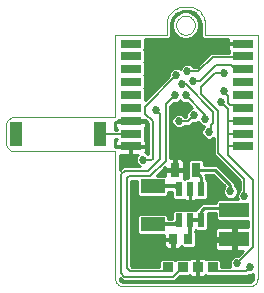
<source format=gbl>
G75*
%MOIN*%
%OFA0B0*%
%FSLAX24Y24*%
%IPPOS*%
%LPD*%
%AMOC8*
5,1,8,0,0,1.08239X$1,22.5*
%
%ADD10C,0.0000*%
%ADD11R,0.0394X0.0787*%
%ADD12R,0.0709X0.0276*%
%ADD13R,0.0709X0.0315*%
%ADD14R,0.1000X0.0500*%
%ADD15R,0.0320X0.0350*%
%ADD16R,0.0244X0.0480*%
%ADD17R,0.0276X0.0354*%
%ADD18R,0.0787X0.0472*%
%ADD19R,0.0315X0.0472*%
%ADD20C,0.0100*%
%ADD21C,0.0270*%
%ADD22C,0.0080*%
%ADD23C,0.0120*%
D10*
X009958Y013875D02*
X013333Y013875D01*
X013333Y009625D01*
X013335Y009595D01*
X013340Y009565D01*
X013349Y009536D01*
X013362Y009509D01*
X013377Y009483D01*
X013396Y009459D01*
X013417Y009438D01*
X013441Y009419D01*
X013467Y009404D01*
X013494Y009391D01*
X013523Y009382D01*
X013553Y009377D01*
X013583Y009375D01*
X017831Y009375D01*
X017861Y009377D01*
X017891Y009382D01*
X017920Y009391D01*
X017948Y009403D01*
X017973Y009419D01*
X017997Y009437D01*
X018019Y009458D01*
X018038Y009482D01*
X018053Y009508D01*
X018066Y009535D01*
X018075Y009564D01*
X018081Y009594D01*
X018083Y009624D01*
X018083Y017750D01*
X016333Y017750D01*
X016333Y018124D01*
X016333Y018125D02*
X016330Y018170D01*
X016323Y018215D01*
X016313Y018259D01*
X016300Y018303D01*
X016283Y018345D01*
X016263Y018386D01*
X016239Y018425D01*
X016213Y018462D01*
X016184Y018497D01*
X016152Y018529D01*
X016118Y018559D01*
X016082Y018586D01*
X016043Y018611D01*
X016003Y018632D01*
X015961Y018650D01*
X015918Y018664D01*
X015874Y018675D01*
X015829Y018683D01*
X015784Y018687D01*
X015738Y018688D01*
X015739Y018688D02*
X015603Y018688D01*
X015602Y018687D02*
X015555Y018682D01*
X015509Y018672D01*
X015464Y018660D01*
X015420Y018643D01*
X015377Y018624D01*
X015336Y018601D01*
X015297Y018575D01*
X015260Y018546D01*
X015226Y018514D01*
X015194Y018479D01*
X015164Y018442D01*
X015138Y018403D01*
X015115Y018362D01*
X015096Y018319D01*
X015079Y018275D01*
X015067Y018230D01*
X015057Y018184D01*
X015052Y018137D01*
X015050Y018090D01*
X015052Y018043D01*
X015052Y017750D01*
X013333Y017750D01*
X013333Y015000D01*
X009958Y015000D01*
X009928Y014998D01*
X009898Y014993D01*
X009869Y014984D01*
X009842Y014971D01*
X009816Y014956D01*
X009792Y014937D01*
X009771Y014916D01*
X009752Y014892D01*
X009737Y014866D01*
X009724Y014839D01*
X009715Y014810D01*
X009710Y014780D01*
X009708Y014750D01*
X009708Y014125D01*
X009710Y014095D01*
X009715Y014065D01*
X009724Y014036D01*
X009737Y014009D01*
X009752Y013983D01*
X009771Y013959D01*
X009792Y013938D01*
X009816Y013919D01*
X009842Y013904D01*
X009869Y013891D01*
X009898Y013882D01*
X009928Y013877D01*
X009958Y013875D01*
X015370Y018064D02*
X015372Y018099D01*
X015378Y018134D01*
X015388Y018167D01*
X015401Y018200D01*
X015418Y018231D01*
X015438Y018259D01*
X015462Y018285D01*
X015488Y018309D01*
X015516Y018329D01*
X015547Y018346D01*
X015580Y018359D01*
X015613Y018369D01*
X015648Y018375D01*
X015683Y018377D01*
X015718Y018375D01*
X015753Y018369D01*
X015786Y018359D01*
X015819Y018346D01*
X015850Y018329D01*
X015878Y018309D01*
X015904Y018285D01*
X015928Y018259D01*
X015948Y018231D01*
X015965Y018200D01*
X015978Y018167D01*
X015988Y018134D01*
X015994Y018099D01*
X015996Y018064D01*
X015994Y018029D01*
X015988Y017994D01*
X015978Y017961D01*
X015965Y017928D01*
X015948Y017897D01*
X015928Y017869D01*
X015904Y017843D01*
X015878Y017819D01*
X015850Y017799D01*
X015819Y017782D01*
X015786Y017769D01*
X015753Y017759D01*
X015718Y017753D01*
X015683Y017751D01*
X015648Y017753D01*
X015613Y017759D01*
X015580Y017769D01*
X015547Y017782D01*
X015516Y017799D01*
X015488Y017819D01*
X015462Y017843D01*
X015438Y017869D01*
X015418Y017897D01*
X015401Y017928D01*
X015388Y017961D01*
X015378Y017994D01*
X015372Y018029D01*
X015370Y018064D01*
D11*
X012833Y014436D03*
X010038Y014436D03*
D12*
X013852Y014032D03*
X013852Y017457D03*
X017592Y017457D03*
X017592Y014032D03*
D13*
X017592Y014445D03*
X017592Y014879D03*
X017592Y015312D03*
X017592Y015745D03*
X017592Y016178D03*
X017592Y016611D03*
X017592Y017044D03*
X013852Y017044D03*
X013852Y016611D03*
X013852Y016178D03*
X013852Y015745D03*
X013852Y015312D03*
X013852Y014879D03*
X013852Y014445D03*
D14*
X017302Y011906D03*
X017302Y010938D03*
D15*
X016583Y010000D03*
X016083Y010000D03*
X015583Y010000D03*
X015083Y010000D03*
D16*
X015458Y011562D03*
X015832Y011562D03*
X016206Y011566D03*
X016206Y012594D03*
X015832Y012594D03*
X015458Y012594D03*
D17*
X015265Y010938D03*
X015777Y010938D03*
D18*
X014583Y011433D03*
X014583Y012692D03*
D19*
X015323Y013250D03*
X016031Y013250D03*
D20*
X016031Y013177D01*
X016208Y013000D01*
X016206Y012998D01*
X016206Y012594D01*
X016438Y012622D02*
X016949Y012622D01*
X016932Y012580D02*
X016932Y012483D01*
X016969Y012392D01*
X017038Y012324D01*
X017128Y012286D01*
X017226Y012286D01*
X017316Y012324D01*
X017385Y012392D01*
X017422Y012483D01*
X017422Y012580D01*
X017385Y012670D01*
X017337Y012718D01*
X017337Y012816D01*
X017243Y012910D01*
X016743Y013410D01*
X016299Y013410D01*
X016961Y013410D01*
X016863Y013509D02*
X016299Y013509D01*
X016299Y013532D02*
X016234Y013596D01*
X015828Y013596D01*
X015764Y013532D01*
X015764Y012984D01*
X015691Y012984D01*
X015652Y012974D01*
X015619Y012955D01*
X015620Y012956D01*
X015630Y012994D01*
X015630Y013221D01*
X015351Y013221D01*
X015351Y013279D01*
X015294Y013279D01*
X015294Y013636D01*
X015171Y013636D01*
X015171Y015374D01*
X015284Y015488D01*
X015366Y015488D01*
X015456Y015525D01*
X015501Y015570D01*
X015546Y015525D01*
X015636Y015488D01*
X015717Y015488D01*
X015902Y015303D01*
X015820Y015269D01*
X015751Y015200D01*
X015713Y015110D01*
X015713Y015028D01*
X015710Y015025D01*
X015655Y015025D01*
X015597Y015083D01*
X015507Y015120D01*
X015410Y015120D01*
X015320Y015083D01*
X015251Y015014D01*
X015213Y014924D01*
X015213Y014826D01*
X015251Y014736D01*
X015320Y014667D01*
X015410Y014630D01*
X015507Y014630D01*
X015597Y014667D01*
X015655Y014725D01*
X015834Y014725D01*
X015925Y014816D01*
X016007Y014816D01*
X016097Y014854D01*
X016102Y014858D01*
X016126Y014800D01*
X016195Y014731D01*
X016285Y014694D01*
X016306Y014694D01*
X016251Y014639D01*
X016213Y014549D01*
X016213Y014451D01*
X016251Y014361D01*
X016320Y014292D01*
X016410Y014255D01*
X016507Y014255D01*
X016597Y014292D01*
X016621Y014316D01*
X016621Y013750D01*
X016709Y013663D01*
X017496Y012875D01*
X017496Y012571D01*
X017438Y012514D01*
X017401Y012424D01*
X017401Y012326D01*
X017426Y012266D01*
X016757Y012266D01*
X016692Y012202D01*
X016692Y012129D01*
X016236Y012129D01*
X016142Y012035D01*
X016046Y011939D01*
X016046Y011916D01*
X016039Y011916D01*
X016017Y011895D01*
X016000Y011912D01*
X015665Y011912D01*
X015645Y011893D01*
X015626Y011912D01*
X015291Y011912D01*
X015226Y011848D01*
X015226Y011603D01*
X015087Y011603D01*
X015087Y011714D01*
X015023Y011779D01*
X014144Y011779D01*
X014080Y011714D01*
X014080Y011151D01*
X014144Y011086D01*
X014977Y011086D01*
X014977Y010956D01*
X015246Y010956D01*
X015246Y010919D01*
X014977Y010919D01*
X014977Y010741D01*
X014987Y010702D01*
X015007Y010668D01*
X015035Y010640D01*
X015069Y010621D01*
X015107Y010610D01*
X015246Y010610D01*
X015246Y010919D01*
X015284Y010919D01*
X015284Y010610D01*
X015422Y010610D01*
X015461Y010621D01*
X015495Y010640D01*
X015523Y010668D01*
X015542Y010702D01*
X015593Y010650D01*
X015960Y010650D01*
X016025Y010715D01*
X016025Y011160D01*
X016002Y011182D01*
X016002Y011214D01*
X016021Y011233D01*
X016039Y011216D01*
X016374Y011216D01*
X016438Y011280D01*
X016438Y011809D01*
X016692Y011809D01*
X016692Y011611D01*
X016757Y011546D01*
X017777Y011546D01*
X017777Y011337D01*
X017352Y011337D01*
X017352Y010988D01*
X017252Y010988D01*
X017252Y011337D01*
X016782Y011337D01*
X016744Y011327D01*
X016710Y011308D01*
X016682Y011280D01*
X016662Y011245D01*
X016652Y011207D01*
X016652Y010987D01*
X017252Y010987D01*
X017252Y010888D01*
X016652Y010888D01*
X016652Y010668D01*
X016662Y010630D01*
X016682Y010595D01*
X016710Y010567D01*
X016744Y010548D01*
X016782Y010538D01*
X017252Y010537D01*
X017252Y010887D01*
X017352Y010887D01*
X017352Y010538D01*
X017594Y010538D01*
X017427Y010371D01*
X017346Y010371D01*
X017256Y010334D01*
X017187Y010265D01*
X017150Y010175D01*
X017150Y010078D01*
X017171Y010025D01*
X016853Y010025D01*
X016853Y010221D01*
X016789Y010285D01*
X016378Y010285D01*
X016362Y010269D01*
X016335Y010295D01*
X016301Y010315D01*
X016263Y010325D01*
X016113Y010325D01*
X016113Y010030D01*
X016053Y010030D01*
X016053Y010325D01*
X015904Y010325D01*
X015865Y010315D01*
X015831Y010295D01*
X015805Y010269D01*
X015789Y010285D01*
X015378Y010285D01*
X015333Y010241D01*
X015289Y010285D01*
X014878Y010285D01*
X014813Y010221D01*
X014813Y010025D01*
X013900Y010025D01*
X013875Y010050D01*
X013875Y012885D01*
X014080Y012885D01*
X014080Y012411D01*
X014144Y012346D01*
X015023Y012346D01*
X015087Y012411D01*
X015087Y012522D01*
X015226Y012522D01*
X015226Y012308D01*
X015291Y012244D01*
X015608Y012244D01*
X015618Y012234D01*
X015652Y012214D01*
X015691Y012204D01*
X015821Y012204D01*
X015821Y012583D01*
X015843Y012583D01*
X015843Y012204D01*
X015974Y012204D01*
X016012Y012214D01*
X016046Y012234D01*
X016057Y012244D01*
X016374Y012244D01*
X016438Y012308D01*
X016438Y012879D01*
X016374Y012944D01*
X016368Y012944D01*
X016368Y013066D01*
X016345Y013090D01*
X016611Y013090D01*
X017000Y012701D01*
X016969Y012670D01*
X016932Y012580D01*
X016932Y012524D02*
X016438Y012524D01*
X016438Y012425D02*
X016956Y012425D01*
X017035Y012327D02*
X016438Y012327D01*
X016302Y011969D02*
X016206Y011873D01*
X016206Y011566D01*
X016438Y011539D02*
X017777Y011539D01*
X017777Y011440D02*
X016438Y011440D01*
X016438Y011342D02*
X017777Y011342D01*
X017352Y011243D02*
X017252Y011243D01*
X017252Y011145D02*
X017352Y011145D01*
X017352Y011046D02*
X017252Y011046D01*
X017252Y010948D02*
X016025Y010948D01*
X016025Y011046D02*
X016652Y011046D01*
X016652Y011145D02*
X016025Y011145D01*
X016025Y010849D02*
X016652Y010849D01*
X016652Y010751D02*
X016025Y010751D01*
X015962Y010652D02*
X016656Y010652D01*
X016734Y010554D02*
X013875Y010554D01*
X013875Y010652D02*
X015023Y010652D01*
X014977Y010751D02*
X013875Y010751D01*
X013875Y010849D02*
X014977Y010849D01*
X014977Y011046D02*
X013875Y011046D01*
X013875Y010948D02*
X015246Y010948D01*
X015246Y010849D02*
X015284Y010849D01*
X015284Y010751D02*
X015246Y010751D01*
X015246Y010652D02*
X015284Y010652D01*
X015507Y010652D02*
X015592Y010652D01*
X015351Y010258D02*
X015316Y010258D01*
X014851Y010258D02*
X013875Y010258D01*
X013875Y010160D02*
X014813Y010160D01*
X014813Y010061D02*
X013875Y010061D01*
X013875Y010357D02*
X017310Y010357D01*
X017184Y010258D02*
X016816Y010258D01*
X016853Y010160D02*
X017150Y010160D01*
X017156Y010061D02*
X016853Y010061D01*
X016799Y009725D02*
X017770Y009725D01*
X017800Y009755D01*
X017882Y009755D01*
X017933Y009776D01*
X017933Y009625D01*
X017930Y009599D01*
X017903Y009554D01*
X017858Y009528D01*
X017832Y009525D01*
X017832Y009525D01*
X017770Y009525D01*
X017770Y009525D01*
X013583Y009525D01*
X013557Y009528D01*
X013513Y009554D01*
X013487Y009599D01*
X013483Y009625D01*
X013483Y009638D01*
X013582Y009539D01*
X015334Y009539D01*
X015422Y009627D01*
X015510Y009715D01*
X015789Y009715D01*
X015805Y009731D01*
X015831Y009705D01*
X015865Y009685D01*
X015904Y009675D01*
X016053Y009675D01*
X016053Y009970D01*
X016113Y009970D01*
X016113Y009675D01*
X016263Y009675D01*
X016301Y009685D01*
X016335Y009705D01*
X016362Y009731D01*
X016378Y009715D01*
X016789Y009715D01*
X016799Y009725D01*
X016113Y009766D02*
X016053Y009766D01*
X016053Y009864D02*
X016113Y009864D01*
X016113Y009963D02*
X016053Y009963D01*
X016053Y010061D02*
X016113Y010061D01*
X016113Y010160D02*
X016053Y010160D01*
X016053Y010258D02*
X016113Y010258D01*
X015462Y009667D02*
X017933Y009667D01*
X017933Y009766D02*
X017907Y009766D01*
X017912Y009569D02*
X015364Y009569D01*
X014086Y011145D02*
X013875Y011145D01*
X013875Y011243D02*
X014080Y011243D01*
X014080Y011342D02*
X013875Y011342D01*
X013875Y011440D02*
X014080Y011440D01*
X014080Y011539D02*
X013875Y011539D01*
X013875Y011637D02*
X014080Y011637D01*
X014101Y011736D02*
X013875Y011736D01*
X013875Y011834D02*
X015226Y011834D01*
X015226Y011736D02*
X015066Y011736D01*
X015087Y011637D02*
X015226Y011637D01*
X015226Y012327D02*
X013875Y012327D01*
X013875Y012425D02*
X014080Y012425D01*
X014080Y012524D02*
X013875Y012524D01*
X013875Y012622D02*
X014080Y012622D01*
X014080Y012721D02*
X013875Y012721D01*
X013875Y012819D02*
X014080Y012819D01*
X014167Y013369D02*
X013601Y013369D01*
X013483Y013251D01*
X013483Y013744D01*
X013833Y013744D01*
X013833Y014013D01*
X013871Y014013D01*
X013871Y013744D01*
X014085Y013744D01*
X014068Y013728D01*
X014031Y013637D01*
X014031Y013540D01*
X014068Y013450D01*
X014137Y013381D01*
X014167Y013369D01*
X014108Y013410D02*
X013483Y013410D01*
X013483Y013312D02*
X013544Y013312D01*
X013483Y013509D02*
X014044Y013509D01*
X014031Y013607D02*
X013483Y013607D01*
X013483Y013706D02*
X014059Y013706D01*
X013871Y013804D02*
X013833Y013804D01*
X013833Y013903D02*
X013871Y013903D01*
X013871Y014001D02*
X013833Y014001D01*
X013833Y014013D02*
X013407Y014013D01*
X013395Y014025D01*
X013333Y014025D01*
X013333Y014286D01*
X013388Y014286D01*
X013388Y014272D01*
X013378Y014262D01*
X013358Y014228D01*
X013348Y014190D01*
X013348Y014051D01*
X013833Y014051D01*
X013833Y014013D01*
X013871Y014013D02*
X013871Y014051D01*
X014356Y014051D01*
X014356Y014190D01*
X014346Y014228D01*
X014326Y014262D01*
X014316Y014272D01*
X014316Y014619D01*
X014326Y014629D01*
X014346Y014663D01*
X014356Y014701D01*
X014356Y014850D01*
X013881Y014850D01*
X013881Y014907D01*
X014339Y014907D01*
X014433Y014813D01*
X014433Y013778D01*
X014415Y013796D01*
X014341Y013827D01*
X014346Y013836D01*
X014356Y013875D01*
X014356Y014013D01*
X013871Y014013D01*
X014316Y014297D02*
X014433Y014297D01*
X014433Y014395D02*
X014316Y014395D01*
X014316Y014494D02*
X014433Y014494D01*
X014433Y014592D02*
X014316Y014592D01*
X014353Y014691D02*
X014433Y014691D01*
X014433Y014789D02*
X014356Y014789D01*
X014359Y014888D02*
X013881Y014888D01*
X013823Y014888D02*
X013433Y014888D01*
X013453Y014907D02*
X013395Y014850D01*
X013333Y014850D01*
X013333Y014586D01*
X013388Y014586D01*
X013388Y014619D01*
X013378Y014629D01*
X013358Y014663D01*
X013348Y014701D01*
X013348Y014850D01*
X013823Y014850D01*
X013823Y014907D01*
X013453Y014907D01*
X013348Y014789D02*
X013333Y014789D01*
X013333Y014691D02*
X013351Y014691D01*
X013333Y014592D02*
X013388Y014592D01*
X013350Y014198D02*
X013333Y014198D01*
X013333Y014100D02*
X013348Y014100D01*
X014356Y014100D02*
X014433Y014100D01*
X014433Y014198D02*
X014354Y014198D01*
X014356Y014001D02*
X014433Y014001D01*
X014433Y013903D02*
X014356Y013903D01*
X014396Y013804D02*
X014433Y013804D01*
X015171Y013804D02*
X016621Y013804D01*
X016621Y013903D02*
X015171Y013903D01*
X015171Y014001D02*
X016621Y014001D01*
X016621Y014100D02*
X015171Y014100D01*
X015171Y014198D02*
X016621Y014198D01*
X016621Y014297D02*
X016601Y014297D01*
X016315Y014297D02*
X015171Y014297D01*
X015171Y014395D02*
X016237Y014395D01*
X016213Y014494D02*
X015171Y014494D01*
X015171Y014592D02*
X016231Y014592D01*
X016302Y014691D02*
X015620Y014691D01*
X015898Y014789D02*
X016137Y014789D01*
X015713Y015085D02*
X015593Y015085D01*
X015744Y015183D02*
X015171Y015183D01*
X015171Y015085D02*
X015324Y015085D01*
X015239Y014986D02*
X015171Y014986D01*
X015171Y014888D02*
X015213Y014888D01*
X015229Y014789D02*
X015171Y014789D01*
X015171Y014691D02*
X015296Y014691D01*
X015171Y015282D02*
X015850Y015282D01*
X015825Y015380D02*
X015177Y015380D01*
X015275Y015479D02*
X015726Y015479D01*
X015021Y016267D02*
X014316Y016267D01*
X014316Y016365D02*
X015120Y016365D01*
X015133Y016378D02*
X014316Y015561D01*
X014316Y015948D01*
X014303Y015961D01*
X014316Y015975D01*
X014316Y016381D01*
X014303Y016394D01*
X014316Y016408D01*
X014316Y016814D01*
X014303Y016827D01*
X014316Y016841D01*
X014316Y017247D01*
X014303Y017260D01*
X014316Y017274D01*
X014316Y017600D01*
X015114Y017600D01*
X015202Y017688D01*
X015202Y017988D01*
X015206Y017993D01*
X015202Y018049D01*
X015202Y018078D01*
X015203Y018143D01*
X015258Y018310D01*
X015371Y018443D01*
X015528Y018522D01*
X015612Y018538D01*
X015679Y018538D01*
X015681Y018536D01*
X015741Y018538D01*
X015744Y018538D01*
X015827Y018532D01*
X015983Y018472D01*
X015983Y018472D01*
X016105Y018357D01*
X016173Y018204D01*
X016183Y018121D01*
X016183Y017688D01*
X016271Y017600D01*
X017088Y017600D01*
X017088Y017476D01*
X017573Y017476D01*
X017573Y017438D01*
X017088Y017438D01*
X017088Y017300D01*
X017098Y017262D01*
X017118Y017227D01*
X017128Y017217D01*
X017128Y017150D01*
X016521Y017150D01*
X016433Y017062D01*
X016050Y016679D01*
X015940Y016679D01*
X015882Y016736D01*
X015792Y016774D01*
X015695Y016774D01*
X015605Y016736D01*
X015536Y016668D01*
X015516Y016620D01*
X015427Y016656D01*
X015330Y016656D01*
X015240Y016619D01*
X015171Y016550D01*
X015133Y016460D01*
X015133Y016378D01*
X015135Y016464D02*
X014316Y016464D01*
X014316Y016562D02*
X015183Y016562D01*
X015533Y016661D02*
X014316Y016661D01*
X014316Y016759D02*
X015659Y016759D01*
X015828Y016759D02*
X016130Y016759D01*
X016229Y016858D02*
X014316Y016858D01*
X014316Y016956D02*
X016327Y016956D01*
X016426Y017055D02*
X014316Y017055D01*
X014316Y017153D02*
X017128Y017153D01*
X017104Y017252D02*
X014312Y017252D01*
X014316Y017350D02*
X017088Y017350D01*
X017088Y017547D02*
X014316Y017547D01*
X014316Y017449D02*
X017573Y017449D01*
X016226Y017646D02*
X015882Y017646D01*
X015945Y017672D02*
X016075Y017802D01*
X016146Y017972D01*
X016146Y018156D01*
X016075Y018326D01*
X015945Y018456D01*
X015775Y018526D01*
X015591Y018526D01*
X015421Y018456D01*
X015291Y018326D01*
X015221Y018156D01*
X015221Y017972D01*
X015291Y017802D01*
X015421Y017672D01*
X015591Y017601D01*
X015775Y017601D01*
X015945Y017672D01*
X016018Y017744D02*
X016183Y017744D01*
X016183Y017843D02*
X016092Y017843D01*
X016133Y017941D02*
X016183Y017941D01*
X016183Y018040D02*
X016146Y018040D01*
X016146Y018138D02*
X016181Y018138D01*
X016158Y018237D02*
X016112Y018237D01*
X016114Y018335D02*
X016066Y018335D01*
X016023Y018434D02*
X015968Y018434D01*
X015820Y018532D02*
X015581Y018532D01*
X015399Y018434D02*
X015363Y018434D01*
X015301Y018335D02*
X015279Y018335D01*
X015254Y018237D02*
X015234Y018237D01*
X015221Y018138D02*
X015203Y018138D01*
X015203Y018040D02*
X015221Y018040D01*
X015234Y017941D02*
X015202Y017941D01*
X015202Y017843D02*
X015274Y017843D01*
X015202Y017744D02*
X015349Y017744D01*
X015484Y017646D02*
X015160Y017646D01*
X014923Y016168D02*
X014316Y016168D01*
X014316Y016070D02*
X014824Y016070D01*
X014726Y015971D02*
X014313Y015971D01*
X014316Y015873D02*
X014627Y015873D01*
X014529Y015774D02*
X014316Y015774D01*
X014316Y015676D02*
X014430Y015676D01*
X014332Y015577D02*
X014316Y015577D01*
X015171Y013706D02*
X016666Y013706D01*
X016764Y013607D02*
X015571Y013607D01*
X015572Y013606D02*
X015538Y013626D01*
X015500Y013636D01*
X015351Y013636D01*
X015351Y013279D01*
X015630Y013279D01*
X015630Y013506D01*
X015620Y013544D01*
X015600Y013578D01*
X015572Y013606D01*
X015630Y013509D02*
X015764Y013509D01*
X015764Y013410D02*
X015630Y013410D01*
X015630Y013312D02*
X015764Y013312D01*
X015764Y013213D02*
X015630Y013213D01*
X015630Y013115D02*
X015764Y013115D01*
X015764Y013016D02*
X015630Y013016D01*
X016031Y013250D02*
X016677Y013250D01*
X017177Y012750D01*
X017177Y012531D01*
X017405Y012622D02*
X017496Y012622D01*
X017496Y012721D02*
X017337Y012721D01*
X017334Y012819D02*
X017496Y012819D01*
X017454Y012918D02*
X017236Y012918D01*
X017137Y013016D02*
X017355Y013016D01*
X017257Y013115D02*
X017039Y013115D01*
X016940Y013213D02*
X017158Y013213D01*
X017060Y013312D02*
X016842Y013312D01*
X016685Y013016D02*
X016368Y013016D01*
X016400Y012918D02*
X016783Y012918D01*
X016882Y012819D02*
X016438Y012819D01*
X016438Y012721D02*
X016980Y012721D01*
X017422Y012524D02*
X017448Y012524D01*
X017401Y012425D02*
X017398Y012425D01*
X017401Y012327D02*
X017319Y012327D01*
X017240Y011969D02*
X017302Y011906D01*
X017240Y011969D02*
X016302Y011969D01*
X016138Y012031D02*
X013875Y012031D01*
X013875Y011933D02*
X016046Y011933D01*
X016037Y012228D02*
X016718Y012228D01*
X016692Y012130D02*
X013875Y012130D01*
X013875Y012228D02*
X015628Y012228D01*
X015821Y012228D02*
X015843Y012228D01*
X015843Y012327D02*
X015821Y012327D01*
X015821Y012425D02*
X015843Y012425D01*
X015843Y012524D02*
X015821Y012524D01*
X015226Y012425D02*
X015087Y012425D01*
X015015Y013039D02*
X014720Y013039D01*
X015015Y013334D01*
X015015Y013279D01*
X015294Y013279D01*
X015294Y013221D01*
X015015Y013221D01*
X015015Y013039D01*
X015015Y013115D02*
X014796Y013115D01*
X014894Y013213D02*
X015015Y013213D01*
X015015Y013312D02*
X014993Y013312D01*
X015294Y013312D02*
X015351Y013312D01*
X015351Y013410D02*
X015294Y013410D01*
X015294Y013509D02*
X015351Y013509D01*
X015351Y013607D02*
X015294Y013607D01*
X016299Y013532D02*
X016299Y013410D01*
X016438Y011736D02*
X016692Y011736D01*
X016692Y011637D02*
X016438Y011637D01*
X016401Y011243D02*
X016662Y011243D01*
X017252Y010849D02*
X017352Y010849D01*
X017352Y010751D02*
X017252Y010751D01*
X017252Y010652D02*
X017352Y010652D01*
X017352Y010554D02*
X017252Y010554D01*
X017511Y010455D02*
X013875Y010455D01*
X013553Y009569D02*
X013504Y009569D01*
D21*
X014338Y010365D03*
X014088Y010649D03*
X014086Y010983D03*
X014651Y010124D03*
X016272Y010769D03*
X016617Y011355D03*
X016567Y011689D03*
X016560Y012216D03*
X017177Y012531D03*
X017646Y012375D03*
X016463Y012986D03*
X015708Y013750D03*
X016458Y014500D03*
X016333Y014939D03*
X015958Y015061D03*
X015458Y014875D03*
X014708Y015250D03*
X015317Y015733D03*
X015685Y015733D03*
X015562Y016100D03*
X015378Y016411D03*
X015743Y016529D03*
X015930Y016223D03*
X016865Y015500D03*
X016958Y015875D03*
X016971Y016468D03*
X016583Y017375D03*
X014276Y013589D03*
X013661Y013615D03*
X013957Y012713D03*
X013957Y012401D03*
X013957Y012088D03*
X017395Y010126D03*
X017833Y010000D03*
D22*
X017708Y009875D01*
X016708Y009875D01*
X016583Y010000D01*
X017395Y010126D02*
X017927Y010659D01*
X017927Y012906D01*
X017083Y013750D01*
X017083Y014032D01*
X017592Y014032D01*
X017592Y014445D02*
X017083Y014445D01*
X017083Y014875D01*
X017083Y015281D01*
X016865Y015500D01*
X016771Y015219D02*
X016208Y015781D01*
X016208Y016000D01*
X016676Y016468D01*
X016971Y016468D01*
X017208Y016750D02*
X016708Y016750D01*
X016181Y016223D01*
X015930Y016223D01*
X015685Y016100D02*
X016603Y015181D01*
X016603Y014814D01*
X016542Y014753D01*
X016542Y014569D01*
X016473Y014500D01*
X016458Y014500D01*
X016333Y014939D02*
X016333Y015084D01*
X015685Y015733D01*
X015685Y016100D02*
X015562Y016100D01*
X015378Y016411D02*
X014351Y015384D01*
X014333Y015384D01*
X014333Y015125D01*
X014583Y014875D01*
X014583Y013625D01*
X014547Y013589D01*
X014276Y013589D01*
X014427Y013219D02*
X014833Y013625D01*
X014833Y015125D01*
X014708Y015250D01*
X015021Y015436D02*
X015317Y015733D01*
X015021Y015436D02*
X015021Y013552D01*
X014504Y013035D01*
X013786Y013035D01*
X013725Y012974D01*
X013725Y009988D01*
X013838Y009875D01*
X014958Y009875D01*
X015083Y010000D01*
X015272Y009689D02*
X013645Y009689D01*
X013541Y009793D01*
X013541Y013096D01*
X013663Y013219D01*
X014427Y013219D01*
X013843Y014436D02*
X013852Y014445D01*
X013843Y014436D02*
X012833Y014436D01*
X015458Y014875D02*
X015772Y014875D01*
X015958Y015061D01*
X016771Y015219D02*
X016771Y013813D01*
X017646Y012938D01*
X017646Y012375D01*
X017083Y014032D02*
X017083Y014445D01*
X017083Y014875D02*
X017589Y014875D01*
X017592Y014879D01*
X017592Y015312D02*
X017428Y015312D01*
X017333Y015406D01*
X017177Y015406D01*
X017115Y015469D01*
X017115Y015719D01*
X016958Y015875D01*
X017333Y016625D02*
X017208Y016750D01*
X017333Y016625D02*
X017578Y016625D01*
X017592Y016611D01*
X017548Y017000D02*
X017592Y017044D01*
X017548Y017000D02*
X016583Y017000D01*
X016112Y016529D01*
X015743Y016529D01*
X015583Y010000D02*
X015272Y009689D01*
D23*
X015777Y010938D02*
X015832Y011007D01*
X015832Y011562D01*
X016081Y011562D01*
X016206Y011566D01*
X015458Y011562D02*
X015333Y011433D01*
X014583Y011433D01*
X014583Y012692D02*
X015333Y012692D01*
X015458Y012594D01*
M02*

</source>
